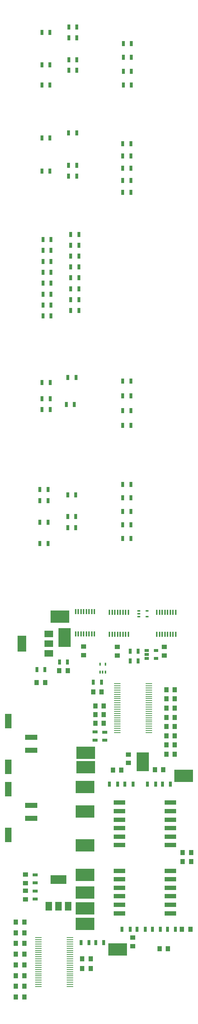
<source format=gtp>
G04 #@! TF.GenerationSoftware,KiCad,Pcbnew,5.1.5-52549c5~84~ubuntu18.04.1*
G04 #@! TF.CreationDate,2020-02-28T00:54:15-05:00*
G04 #@! TF.ProjectId,BMS_peripheral_v2,424d535f-7065-4726-9970-686572616c5f,rev?*
G04 #@! TF.SameCoordinates,Original*
G04 #@! TF.FileFunction,Paste,Top*
G04 #@! TF.FilePolarity,Positive*
%FSLAX46Y46*%
G04 Gerber Fmt 4.6, Leading zero omitted, Abs format (unit mm)*
G04 Created by KiCad (PCBNEW 5.1.5-52549c5~84~ubuntu18.04.1) date 2020-02-28 00:54:15*
%MOMM*%
%LPD*%
G04 APERTURE LIST*
%ADD10R,1.000000X1.250000*%
%ADD11R,1.650000X3.430000*%
%ADD12R,2.920000X1.270000*%
%ADD13R,1.500000X2.000000*%
%ADD14R,3.800000X2.000000*%
%ADD15R,1.060000X0.650000*%
%ADD16R,0.700000X1.300000*%
%ADD17R,0.400000X1.200000*%
%ADD18R,1.250000X1.000000*%
%ADD19R,2.000000X1.500000*%
%ADD20R,2.000000X3.800000*%
%ADD21R,1.300000X0.700000*%
%ADD22R,1.500000X0.250000*%
%ADD23R,0.650000X0.400000*%
%ADD24R,0.400000X0.650000*%
%ADD25R,2.700000X1.000000*%
%ADD26R,4.500000X3.000000*%
%ADD27R,3.000000X4.500000*%
G04 APERTURE END LIST*
D10*
X205095600Y-323138800D03*
X207095600Y-323138800D03*
D11*
X180404000Y-311612000D03*
X180404000Y-322372000D03*
D12*
X185864000Y-315492000D03*
X185864000Y-318492000D03*
D13*
X189978000Y-355194000D03*
X194578000Y-355194000D03*
X192278000Y-355194000D03*
D14*
X192278000Y-348894000D03*
D15*
X215298200Y-295061600D03*
X215298200Y-296961600D03*
X213098200Y-296961600D03*
X213098200Y-296011600D03*
X213098200Y-295061600D03*
D16*
X194508080Y-230858060D03*
X196408080Y-230858060D03*
X188376520Y-232064560D03*
X190276520Y-232064560D03*
X194645240Y-181030880D03*
X196545240Y-181030880D03*
X188363820Y-182338980D03*
X190263820Y-182338980D03*
X194645240Y-183545480D03*
X196545240Y-183545480D03*
X188376520Y-235882180D03*
X190276520Y-235882180D03*
X194122000Y-237190280D03*
X196022000Y-237190280D03*
X188376520Y-238447580D03*
X190276520Y-238447580D03*
D17*
X200736200Y-291144000D03*
X200101200Y-291144000D03*
X199466200Y-291144000D03*
X198831200Y-291144000D03*
X198196200Y-291144000D03*
X197561200Y-291144000D03*
X196926200Y-291144000D03*
X196291200Y-291144000D03*
X196291200Y-285944000D03*
X196926200Y-285944000D03*
X197561200Y-285944000D03*
X198196200Y-285944000D03*
X198831200Y-285944000D03*
X199466200Y-285944000D03*
X200101200Y-285944000D03*
X200736200Y-285944000D03*
D18*
X198221600Y-296148000D03*
X198221600Y-294148000D03*
D10*
X219720480Y-319438000D03*
X217720480Y-319438000D03*
X217720480Y-317271592D03*
X219720480Y-317271592D03*
X219720480Y-315105190D03*
X217720480Y-315105190D03*
X217720480Y-312938788D03*
X219720480Y-312938788D03*
X219720480Y-310772386D03*
X217720480Y-310772386D03*
X217720480Y-308605984D03*
X219720480Y-308605984D03*
X219720480Y-306439582D03*
X217720480Y-306439582D03*
X217720480Y-304273180D03*
X219720480Y-304273180D03*
X182200000Y-358900000D03*
X184200000Y-358900000D03*
X184200000Y-361414285D03*
X182200000Y-361414285D03*
X182200000Y-363928570D03*
X184200000Y-363928570D03*
X184200000Y-366442855D03*
X182200000Y-366442855D03*
X182200000Y-368957140D03*
X184200000Y-368957140D03*
X184200000Y-371471425D03*
X182200000Y-371471425D03*
X182200000Y-373985710D03*
X184200000Y-373985710D03*
X184200000Y-376500000D03*
X182200000Y-376500000D03*
X192471800Y-299821600D03*
X194471800Y-299821600D03*
D18*
X184454000Y-351526000D03*
X184454000Y-353526000D03*
D10*
X200971400Y-308102000D03*
X202971400Y-308102000D03*
X200955400Y-310134000D03*
X202955400Y-310134000D03*
X199866000Y-369824000D03*
X197866000Y-369824000D03*
X200955400Y-312166000D03*
X202955400Y-312166000D03*
X199882000Y-367538000D03*
X197882000Y-367538000D03*
X189137800Y-302615600D03*
X187137800Y-302615600D03*
D18*
X184454000Y-349716000D03*
X184454000Y-347716000D03*
D10*
X217027000Y-323113400D03*
X215027000Y-323113400D03*
X216100600Y-365132200D03*
X218100600Y-365132200D03*
D18*
X209796800Y-364575600D03*
X209796800Y-362575600D03*
D10*
X223580200Y-342569800D03*
X221580200Y-342569800D03*
D18*
X208737200Y-319497200D03*
X208737200Y-321497200D03*
D10*
X223418600Y-360560200D03*
X221418600Y-360560200D03*
X223580200Y-344652600D03*
X221580200Y-344652600D03*
D18*
X217246200Y-296249600D03*
X217246200Y-294249600D03*
X206159100Y-296249600D03*
X206159100Y-294249600D03*
D10*
X200447400Y-304800000D03*
X202447400Y-304800000D03*
D19*
X189942000Y-295771600D03*
X189942000Y-291171600D03*
X189942000Y-293471600D03*
D20*
X183642000Y-293471600D03*
D16*
X195158320Y-197271640D03*
X197058320Y-197271640D03*
X188625440Y-198462900D03*
X190525440Y-198462900D03*
X195158320Y-199820348D03*
X197058320Y-199820348D03*
X188625440Y-201027211D03*
X190525440Y-201027211D03*
X195158320Y-202369056D03*
X197058320Y-202369056D03*
X188625440Y-203591522D03*
X190525440Y-203591522D03*
X195158320Y-204917764D03*
X197058320Y-204917764D03*
X188625440Y-206155833D03*
X190525440Y-206155833D03*
X195158320Y-207466472D03*
X197058320Y-207466472D03*
X188625440Y-208720144D03*
X190525440Y-208720144D03*
X195158320Y-210015180D03*
X197058320Y-210015180D03*
X188625440Y-211284455D03*
X190525440Y-211284455D03*
X195158320Y-212563888D03*
X197058320Y-212563888D03*
X188625440Y-213848766D03*
X190525440Y-213848766D03*
X195158320Y-215112600D03*
X197058320Y-215112600D03*
X188625440Y-216413080D03*
X190525440Y-216413080D03*
X209450000Y-152400000D03*
X207550000Y-152400000D03*
X209350000Y-256000000D03*
X207450000Y-256000000D03*
X209450000Y-155650000D03*
X207550000Y-155650000D03*
X209350000Y-259175000D03*
X207450000Y-259175000D03*
X209450000Y-158900000D03*
X207550000Y-158900000D03*
X209350000Y-262350000D03*
X207450000Y-262350000D03*
X209450000Y-162150000D03*
X207550000Y-162150000D03*
X209350000Y-265525000D03*
X207450000Y-265525000D03*
X209350000Y-175950000D03*
X207450000Y-175950000D03*
X209350000Y-178812500D03*
X207450000Y-178812500D03*
X209350000Y-268700000D03*
X207450000Y-268700000D03*
X209350000Y-181675000D03*
X207450000Y-181675000D03*
X209350000Y-231700000D03*
X207450000Y-231700000D03*
X209350000Y-184537500D03*
X207450000Y-184537500D03*
X209350000Y-235183333D03*
X207450000Y-235183333D03*
X209350000Y-187400000D03*
X207450000Y-187400000D03*
X209350000Y-238666666D03*
X207450000Y-238666666D03*
X209350000Y-242150000D03*
X207450000Y-242150000D03*
X194421800Y-297789600D03*
X192521800Y-297789600D03*
D21*
X186740000Y-353476000D03*
X186740000Y-351576000D03*
X203225400Y-314264000D03*
X203225400Y-316164000D03*
D16*
X202930800Y-363702600D03*
X201030800Y-363702600D03*
X209184200Y-295249600D03*
X211084200Y-295249600D03*
D21*
X200939400Y-314198000D03*
X200939400Y-316098000D03*
D16*
X197601800Y-363702600D03*
X199501800Y-363702600D03*
X209184200Y-297535600D03*
X211084200Y-297535600D03*
X187187800Y-299567600D03*
X189087800Y-299567600D03*
D21*
X186740000Y-347766000D03*
X186740000Y-349666000D03*
D16*
X194723980Y-148516340D03*
X196623980Y-148516340D03*
X194723980Y-158694120D03*
X196623980Y-158694120D03*
X188358740Y-149773640D03*
X190258740Y-149773640D03*
X194447080Y-263565640D03*
X196347080Y-263565640D03*
X194723980Y-151071580D03*
X196623980Y-151071580D03*
X187893920Y-264891520D03*
X189793920Y-264891520D03*
X187893920Y-257248660D03*
X189793920Y-257248660D03*
X194447080Y-266146280D03*
X196347080Y-266146280D03*
X215184400Y-326492800D03*
X213284400Y-326492800D03*
X218715000Y-326467400D03*
X216815000Y-326467400D03*
X206218200Y-326467400D03*
X204318200Y-326467400D03*
X209840200Y-326467400D03*
X207940200Y-326467400D03*
X216325800Y-360571200D03*
X214425800Y-360571200D03*
X219881800Y-360571200D03*
X217981800Y-360571200D03*
X209163000Y-360622000D03*
X207263000Y-360622000D03*
X212719000Y-360622000D03*
X210819000Y-360622000D03*
X194447080Y-258470400D03*
X196347080Y-258470400D03*
X188358740Y-162168840D03*
X190258740Y-162168840D03*
X187893920Y-259829300D03*
X189793920Y-259829300D03*
X194645240Y-173393100D03*
X196545240Y-173393100D03*
X194723980Y-156179520D03*
X196623980Y-156179520D03*
X188363820Y-174597060D03*
X190263820Y-174597060D03*
X188358740Y-157396180D03*
X190258740Y-157396180D03*
X187893920Y-269915640D03*
X189793920Y-269915640D03*
X200497400Y-302514000D03*
X202397400Y-302514000D03*
D22*
X206114400Y-314360000D03*
X206114400Y-313860000D03*
X206114400Y-313360000D03*
X206114400Y-312860000D03*
X206114400Y-312360000D03*
X206114400Y-311860000D03*
X206114400Y-311360000D03*
X206114400Y-310860000D03*
X206114400Y-310360000D03*
X206114400Y-309860000D03*
X206114400Y-309360000D03*
X206114400Y-308860000D03*
X206114400Y-308360000D03*
X206114400Y-307860000D03*
X206114400Y-307360000D03*
X206114400Y-306860000D03*
X206114400Y-306360000D03*
X206114400Y-305860000D03*
X206114400Y-305360000D03*
X206114400Y-304860000D03*
X206114400Y-304360000D03*
X206114400Y-303860000D03*
X206114400Y-303360000D03*
X213579400Y-302860000D03*
X213579400Y-303360000D03*
X213579400Y-303860000D03*
X213579400Y-304360000D03*
X213579400Y-304860000D03*
X213579400Y-305360000D03*
X213579400Y-305860000D03*
X213579400Y-306360000D03*
X213579400Y-306860000D03*
X213579400Y-307360000D03*
X213579400Y-307860000D03*
X213579400Y-308360000D03*
X213579400Y-308860000D03*
X213579400Y-309360000D03*
X213579400Y-309860000D03*
X213579400Y-310360000D03*
X213579400Y-310860000D03*
X213579400Y-311360000D03*
X213579400Y-311860000D03*
X213579400Y-312360000D03*
X213579400Y-312860000D03*
X213579400Y-313360000D03*
X213579400Y-313860000D03*
X213579400Y-314360000D03*
X206114400Y-302860000D03*
X194977000Y-362550000D03*
X194977000Y-363050000D03*
X194977000Y-363550000D03*
X194977000Y-364050000D03*
X194977000Y-364550000D03*
X194977000Y-365050000D03*
X194977000Y-365550000D03*
X194977000Y-366050000D03*
X194977000Y-366550000D03*
X194977000Y-367050000D03*
X194977000Y-367550000D03*
X194977000Y-368050000D03*
X194977000Y-368550000D03*
X194977000Y-369050000D03*
X194977000Y-369550000D03*
X194977000Y-370050000D03*
X194977000Y-370550000D03*
X194977000Y-371050000D03*
X194977000Y-371550000D03*
X194977000Y-372050000D03*
X194977000Y-372550000D03*
X194977000Y-373050000D03*
X194977000Y-373550000D03*
X187512000Y-374050000D03*
X187512000Y-373550000D03*
X187512000Y-373050000D03*
X187512000Y-372550000D03*
X187512000Y-372050000D03*
X187512000Y-371550000D03*
X187512000Y-371050000D03*
X187512000Y-370550000D03*
X187512000Y-370050000D03*
X187512000Y-369550000D03*
X187512000Y-369050000D03*
X187512000Y-368550000D03*
X187512000Y-368050000D03*
X187512000Y-367550000D03*
X187512000Y-367050000D03*
X187512000Y-366550000D03*
X187512000Y-366050000D03*
X187512000Y-365550000D03*
X187512000Y-365050000D03*
X187512000Y-364550000D03*
X187512000Y-364050000D03*
X187512000Y-363550000D03*
X187512000Y-363050000D03*
X187512000Y-362550000D03*
X194977000Y-374050000D03*
D23*
X213167000Y-285760400D03*
X213167000Y-287060400D03*
X211267000Y-286410400D03*
X211267000Y-287060400D03*
X211267000Y-285760400D03*
D17*
X219951300Y-291245600D03*
X219316300Y-291245600D03*
X218681300Y-291245600D03*
X218046300Y-291245600D03*
X217411300Y-291245600D03*
X216776300Y-291245600D03*
X216141300Y-291245600D03*
X215506300Y-291245600D03*
X215506300Y-286045600D03*
X216141300Y-286045600D03*
X216776300Y-286045600D03*
X217411300Y-286045600D03*
X218046300Y-286045600D03*
X218681300Y-286045600D03*
X219316300Y-286045600D03*
X219951300Y-286045600D03*
X208768950Y-291245600D03*
X208133950Y-291245600D03*
X207498950Y-291245600D03*
X206863950Y-291245600D03*
X206228950Y-291245600D03*
X205593950Y-291245600D03*
X204958950Y-291245600D03*
X204323950Y-291245600D03*
X204323950Y-286045600D03*
X204958950Y-286045600D03*
X205593950Y-286045600D03*
X206228950Y-286045600D03*
X206863950Y-286045600D03*
X207498950Y-286045600D03*
X208133950Y-286045600D03*
X208768950Y-286045600D03*
D24*
X202067400Y-298262000D03*
X203367400Y-298262000D03*
X202717400Y-300162000D03*
X203367400Y-300162000D03*
X202067400Y-300162000D03*
D11*
X180404000Y-327614000D03*
X180404000Y-338374000D03*
D12*
X185864000Y-331494000D03*
X185864000Y-334494000D03*
D25*
X218709200Y-330813400D03*
X206639200Y-330813400D03*
X218709200Y-332813400D03*
X206639200Y-332813400D03*
X218709200Y-334813400D03*
X206639200Y-334813400D03*
X218709200Y-336813400D03*
X206639200Y-336813400D03*
X218709200Y-338813400D03*
X206639200Y-338813400D03*
X218709200Y-340813400D03*
X206639200Y-340813400D03*
X218709200Y-346840800D03*
X206639200Y-346840800D03*
X218709200Y-348840800D03*
X206639200Y-348840800D03*
X218709200Y-350840800D03*
X206639200Y-350840800D03*
X218709200Y-352840800D03*
X206639200Y-352840800D03*
X218709200Y-354840800D03*
X206639200Y-354840800D03*
X218709200Y-356840800D03*
X206639200Y-356840800D03*
D26*
X198551800Y-351917000D03*
X192608200Y-287070800D03*
D27*
X193725800Y-291998400D03*
D26*
X198551800Y-355701600D03*
X221843600Y-324510400D03*
X198551800Y-359308400D03*
X206222600Y-365328200D03*
D27*
X212140800Y-321259200D03*
D26*
X198729600Y-322503800D03*
X198729600Y-319074800D03*
X198551800Y-347802200D03*
X198551800Y-340868000D03*
X198551800Y-332917800D03*
X198551800Y-327152000D03*
M02*

</source>
